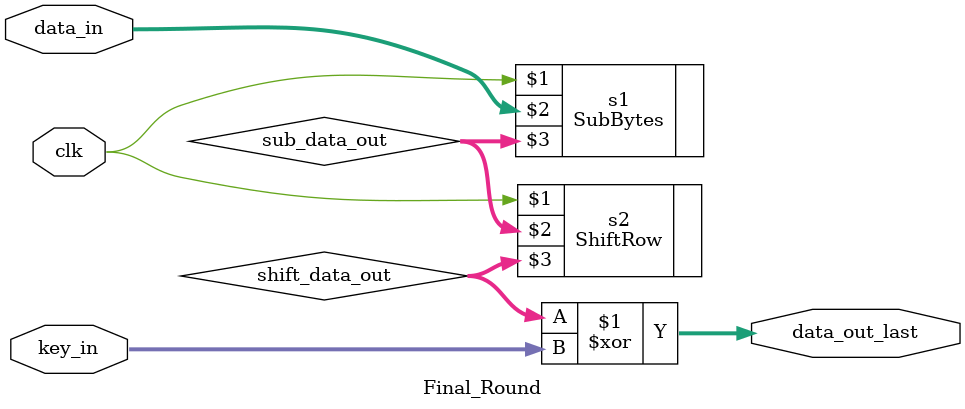
<source format=v>
`timescale 1ns / 1ps


module Final_Round (clk,data_in,key_in,data_out_last);
    input clk;
    input [127:0]data_in;
    input [127:0]key_in;
    output [127:0] data_out_last;
    
    wire [127:0] sub_data_out,shift_data_out;
    
    SubBytes s1(clk,data_in,sub_data_out);
    ShiftRow s2(clk,sub_data_out,shift_data_out);
    assign data_out_last=shift_data_out^key_in;

endmodule

</source>
